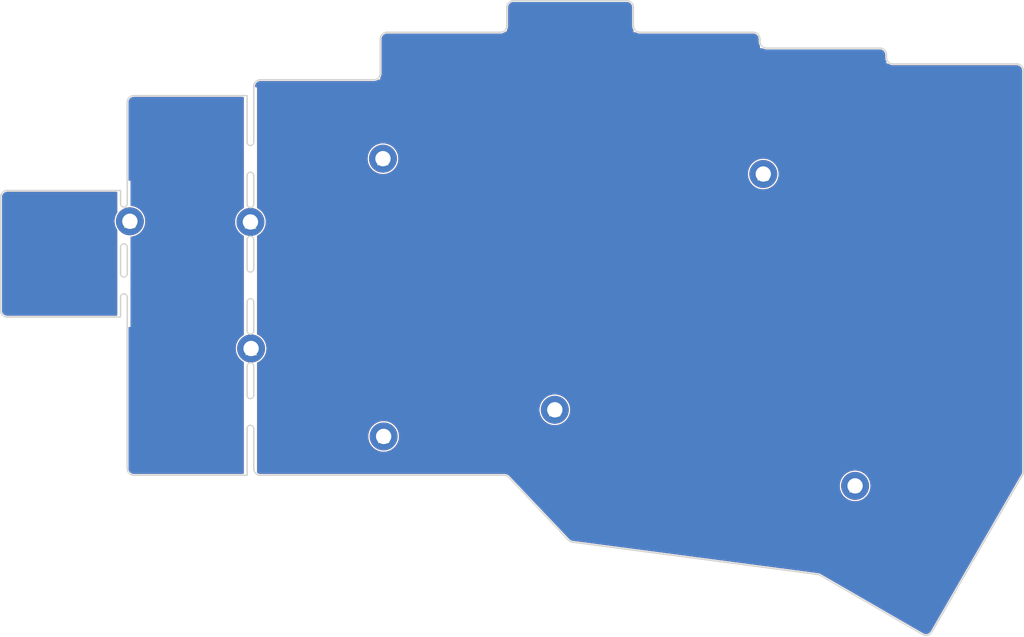
<source format=kicad_pcb>
(kicad_pcb (version 20211014) (generator pcbnew)
  (layers (0 "F.Cu" signal) (31 "B.Cu" signal) (34 "B.Paste" user) (35 "F.Paste" user) (36 "B.SilkS" user "B.Silkscreen") (37 "F.SilkS" user "F.Silkscreen") (38 "B.Mask" user) (39 "F.Mask" user) (44 "Edge.Cuts" user))
  (net 0 "")
  (footprint "kbd:M2_Hole_TH" (layer "F.Cu") (at 71.621463 38.074367)
    (fp_text reference "H4" (at 0 0.5) (layer "F.SilkS"))
    (fp_text value "MountingHole")
    (pad "" thru_hole circle (at 0 0) (size 4.2 4.2) (drill 2.3) (layers *.Cu *.Mask))
  )
  (footprint "kbd:M2_Hole_TH" (layer "F.Cu") (at 142.507505 87.19918)
    (fp_text reference "H9" (at 0 0.5) (layer "F.SilkS"))
    (fp_text value "MountingHole")
    (pad "" thru_hole circle (at 0 0) (size 4.2 4.2) (drill 2.3) (layers *.Cu *.Mask))
  )
  (footprint "kbd:M2_Hole_TH" (layer "F.Cu") (at 51.821463 66.574367)
    (fp_text reference "H2" (at 0 0.5) (layer "F.SilkS"))
    (fp_text value "MountingHole")
    (pad "" thru_hole circle (at 0 0) (size 4.2 4.2) (drill 2.3) (layers *.Cu *.Mask))
  )
  (footprint "kbd:M2_Hole_TH" (layer "F.Cu") (at 128.721463 40.374367)
    (fp_text reference "H8" (at 0 0.5) (layer "F.SilkS"))
    (fp_text value "MountingHole")
    (pad "" thru_hole circle (at 0 0) (size 4.2 4.2) (drill 2.3) (layers *.Cu *.Mask))
  )
  (footprint "kbd:M2_Hole_TH" (layer "F.Cu") (at 33.621463 47.474367)
    (fp_text reference "H3" (at 0 0.5) (layer "F.SilkS"))
    (fp_text value "MountingHole")
    (pad "" thru_hole circle (at 0 0) (size 4.2 4.2) (drill 2.3) (layers *.Cu *.Mask))
  )
  (footprint "kbd:M2_Hole_TH" (layer "F.Cu") (at 97.421463 75.774367)
    (fp_text reference "H6" (at 0 0.5) (layer "F.SilkS"))
    (fp_text value "MountingHole")
    (pad "" thru_hole circle (at 0 0) (size 4.2 4.2) (drill 2.3) (layers *.Cu *.Mask))
  )
  (footprint "kbd:M2_Hole_TH" (layer "F.Cu") (at 51.721463 47.574367)
    (fp_text reference "H1" (at 0 0.5) (layer "F.SilkS"))
    (fp_text value "MountingHole")
    (pad "" thru_hole circle (at 0 0) (size 4.2 4.2) (drill 2.3) (layers *.Cu *.Mask))
  )
  (footprint "kbd:M2_Hole_TH" (layer "F.Cu") (at 71.721463 79.774367)
    (fp_text reference "H5" (at 0 0.5) (layer "F.SilkS"))
    (fp_text value "MountingHole")
    (pad "" thru_hole circle (at 0 0) (size 4.2 4.2) (drill 2.3) (layers *.Cu *.Mask))
  )
  (gr_arc (start 154.028536 109.150633) (mid 153.42133 109.616559) (end 152.662511 109.516658) (layer "Edge.Cuts") (width 0.2))
  (gr_line (start 51.221491 40.599328) (end 51.22149 44.924327) (layer "Edge.Cuts") (width 0.2))
  (gr_line (start 52.221463 35.599367) (end 52.221463 27.224367) (layer "Edge.Cuts") (width 0.2))
  (gr_line (start 52.221491 54.599327) (end 52.22149 50.224327) (layer "Edge.Cuts") (width 0.2))
  (gr_line (start 89.796623 85.599366) (end 53.221463 85.599366) (layer "Edge.Cuts") (width 0.2))
  (gr_line (start 109.221463 15.349368) (end 109.221463 18.099367) (layer "Edge.Cuts") (width 0.2))
  (gr_arc (start 89.796623 85.599367) (mid 90.187009 85.679623) (end 90.514076 85.907372) (layer "Edge.Cuts") (width 0.2))
  (gr_line (start 52.22149 63.924327) (end 52.221491 59.599327) (layer "Edge.Cuts") (width 0.2))
  (gr_line (start 32.221464 58.849368) (end 32.221464 61.849368) (layer "Edge.Cuts") (width 0.2))
  (gr_line (start 129.221463 21.474367) (end 146.221463 21.474368) (layer "Edge.Cuts") (width 0.2))
  (gr_arc (start 34.211068 85.599367) (mid 33.511312 85.309518) (end 33.221463 84.609762) (layer "Edge.Cuts") (width 0.2))
  (gr_line (start 148.221463 23.849368) (end 166.778537 23.849368) (layer "Edge.Cuts") (width 0.2))
  (gr_arc (start 51.22149 69.224327) (mid 51.72149 68.724327) (end 52.22149 69.224327) (layer "Edge.Cuts") (width 0.2))
  (gr_arc (start 51.221463 40.599367) (mid 51.721463 40.099367) (end 52.221463 40.599367) (layer "Edge.Cuts") (width 0.2))
  (gr_arc (start 51.221463 78.599366) (mid 51.721463 78.099366) (end 52.221463 78.599366) (layer "Edge.Cuts") (width 0.2))
  (gr_arc (start 90.221463 15.349368) (mid 90.514356 14.642261) (end 91.221463 14.349368) (layer "Edge.Cuts") (width 0.2))
  (gr_line (start 72.221463 19.099367) (end 89.221463 19.099368) (layer "Edge.Cuts") (width 0.2))
  (gr_line (start 167.778537 24.849368) (end 167.778537 85.066985) (layer "Edge.Cuts") (width 0.2))
  (gr_arc (start 167.778537 85.066985) (mid 167.744463 85.325804) (end 167.644562 85.566985) (layer "Edge.Cuts") (width 0.2))
  (gr_line (start 52.221463 84.599366) (end 52.221463 78.599366) (layer "Edge.Cuts") (width 0.2))
  (gr_line (start 53.221463 26.224368) (end 70.221463 26.224368) (layer "Edge.Cuts") (width 0.2))
  (gr_line (start 15.221464 42.849368) (end 32.221465 42.849368) (layer "Edge.Cuts") (width 0.2))
  (gr_line (start 167.644562 85.566985) (end 154.028537 109.150633) (layer "Edge.Cuts") (width 0.2))
  (gr_line (start 14.221465 60.849368) (end 14.221465 43.849369) (layer "Edge.Cuts") (width 0.2))
  (gr_line (start 33.221463 84.609762) (end 33.221464 58.849368) (layer "Edge.Cuts") (width 0.2))
  (gr_arc (start 52.221463 54.599366) (mid 51.721463 55.099366) (end 51.221463 54.599366) (layer "Edge.Cuts") (width 0.2))
  (gr_line (start 52.221491 73.599327) (end 52.22149 69.224327) (layer "Edge.Cuts") (width 0.2))
  (gr_arc (start 53.221463 85.599366) (mid 52.514356 85.306473) (end 52.221463 84.599366) (layer "Edge.Cuts") (width 0.2))
  (gr_line (start 71.221463 25.224368) (end 71.221463 20.099368) (layer "Edge.Cuts") (width 0.2))
  (gr_line (start 33.221464 44.849368) (end 33.221464 29.599368) (layer "Edge.Cuts") (width 0.2))
  (gr_arc (start 52.22149 44.924327) (mid 51.72149 45.424327) (end 51.22149 44.924327) (layer "Edge.Cuts") (width 0.2))
  (gr_arc (start 52.221463 35.599367) (mid 51.721463 36.099367) (end 51.221463 35.599367) (layer "Edge.Cuts") (width 0.2))
  (gr_arc (start 127.221463 19.099367) (mid 127.92857 19.39226) (end 128.221463 20.099367) (layer "Edge.Cuts") (width 0.2))
  (gr_arc (start 52.221463 73.599366) (mid 51.721463 74.099366) (end 51.221463 73.599366) (layer "Edge.Cuts") (width 0.2))
  (gr_arc (start 51.22149 50.224327) (mid 51.72149 49.724327) (end 52.22149 50.224327) (layer "Edge.Cuts") (width 0.2))
  (gr_arc (start 148.221463 23.849368) (mid 147.514356 23.556475) (end 147.221463 22.849368) (layer "Edge.Cuts") (width 0.2))
  (gr_arc (start 129.221463 21.474367) (mid 128.514356 21.181474) (end 128.221463 20.474367) (layer "Edge.Cuts") (width 0.2))
  (gr_arc (start 108.221463 14.349368) (mid 108.92857 14.642261) (end 109.221463 15.349368) (layer "Edge.Cuts") (width 0.2))
  (gr_line (start 152.662511 109.516658) (end 137.244527 100.615081) (layer "Edge.Cuts") (width 0.2))
  (gr_arc (start 14.221465 43.849369) (mid 14.514358 43.142262) (end 15.221464 42.849368) (layer "Edge.Cuts") (width 0.2))
  (gr_line (start 147.221463 22.474368) (end 147.221463 22.849368) (layer "Edge.Cuts") (width 0.2))
  (gr_arc (start 33.221464 44.849368) (mid 32.721464 45.349368) (end 32.221464 44.849368) (layer "Edge.Cuts") (width 0.2))
  (gr_line (start 51.221491 54.599327) (end 51.22149 50.224327) (layer "Edge.Cuts") (width 0.2))
  (gr_arc (start 32.221464 58.849368) (mid 32.721464 58.349368) (end 33.221464 58.849368) (layer "Edge.Cuts") (width 0.2))
  (gr_line (start 51.22149 69.224327) (end 51.221491 73.599327) (layer "Edge.Cuts") (width 0.2))
  (gr_line (start 51.221463 28.599368) (end 51.221463 35.599367) (layer "Edge.Cuts") (width 0.2))
  (gr_arc (start 71.221463 25.224368) (mid 70.92857 25.931475) (end 70.221463 26.224368) (layer "Edge.Cuts") (width 0.2))
  (gr_line (start 51.221463 85.599366) (end 34.211068 85.599366) (layer "Edge.Cuts") (width 0.2))
  (gr_line (start 32.221464 51.349368) (end 32.221464 55.349368) (layer "Edge.Cuts") (width 0.2))
  (gr_line (start 110.221463 19.099367) (end 127.221463 19.099367) (layer "Edge.Cuts") (width 0.2))
  (gr_line (start 90.221463 18.099368) (end 90.221463 15.349368) (layer "Edge.Cuts") (width 0.2))
  (gr_line (start 128.221463 20.099367) (end 128.221463 20.474367) (layer "Edge.Cuts") (width 0.2))
  (gr_line (start 32.221464 61.849368) (end 15.221464 61.849368) (layer "Edge.Cuts") (width 0.2))
  (gr_line (start 99.480311 95.345258) (end 90.514076 85.907372) (layer "Edge.Cuts") (width 0.2))
  (gr_arc (start 110.221462 19.099368) (mid 109.514356 18.806474) (end 109.221463 18.099367) (layer "Edge.Cuts") (width 0.2))
  (gr_line (start 51.22149 63.924327) (end 51.221491 59.599327) (layer "Edge.Cuts") (width 0.2))
  (gr_arc (start 33.221464 29.599368) (mid 33.514357 28.892261) (end 34.221464 28.599368) (layer "Edge.Cuts") (width 0.2))
  (gr_arc (start 52.221463 27.224368) (mid 52.514356 26.517261) (end 53.221463 26.224368) (layer "Edge.Cuts") (width 0.2))
  (gr_arc (start 166.778537 23.849368) (mid 167.485644 24.142261) (end 167.778537 24.849368) (layer "Edge.Cuts") (width 0.2))
  (gr_arc (start 51.221463 59.599366) (mid 51.721463 59.099366) (end 52.221463 59.599366) (layer "Edge.Cuts") (width 0.2))
  (gr_line (start 33.221463 55.349368) (end 33.221463 51.349368) (layer "Edge.Cuts") (width 0.2))
  (gr_line (start 91.221463 14.349368) (end 108.221463 14.349368) (layer "Edge.Cuts") (width 0.2))
  (gr_arc (start 15.221464 61.849367) (mid 14.514358 61.556474) (end 14.221465 60.849368) (layer "Edge.Cuts") (width 0.2))
  (gr_arc (start 32.221462 51.349368) (mid 32.721462 50.849368) (end 33.221462 51.349368) (layer "Edge.Cuts") (width 0.2))
  (gr_arc (start 136.878894 100.490965) (mid 137.067823 100.535017) (end 137.244527 100.615081) (layer "Edge.Cuts") (width 0.2))
  (gr_line (start 51.221463 78.599366) (end 51.221463 85.599366) (layer "Edge.Cuts") (width 0.2))
  (gr_line (start 32.221464 42.849368) (end 32.221464 44.849368) (layer "Edge.Cuts") (width 0.2))
  (gr_line (start 52.221491 40.599328) (end 52.22149 44.924327) (layer "Edge.Cuts") (width 0.2))
  (gr_arc (start 33.221463 55.349368) (mid 32.721463 55.849368) (end 32.221463 55.349368) (layer "Edge.Cuts") (width 0.2))
  (gr_arc (start 146.221463 21.474368) (mid 146.92857 21.767261) (end 147.221463 22.474368) (layer "Edge.Cuts") (width 0.2))
  (gr_arc (start 52.22149 63.924327) (mid 51.72149 64.424327) (end 51.22149 63.924327) (layer "Edge.Cuts") (width 0.2))
  (gr_arc (start 90.221463 18.099368) (mid 89.92857 18.806475) (end 89.221463 19.099368) (layer "Edge.Cuts") (width 0.2))
  (gr_line (start 34.221464 28.599368) (end 51.221463 28.599368) (layer "Edge.Cuts") (width 0.2))
  (gr_line (start 136.878894 100.490965) (end 100.068595 95.644797) (layer "Edge.Cuts") (width 0.2))
  (gr_arc (start 71.221462 20.099368) (mid 71.514356 19.392261) (end 72.221463 19.099367) (layer "Edge.Cuts") (width 0.2))
  (gr_arc (start 100.068595 95.644797) (mid 99.748739 95.545528) (end 99.480311 95.345258) (layer "Edge.Cuts") (width 0.2))
  (zone (net 0) (net_name "") (layers F&B.Cu) (connect_pads (clearance 0)) (min_thickness 0.254)
    (keepout (tracks not_allowed) (vias not_allowed) (pads not_allowed) (copperpour not_allowed) (footprints allowed))
    (fill (thermal_gap 0.508) (thermal_bridge_width 0.508))
    (polygon (pts (xy 33.721463 63.349367) (xy 31.721463 63.349367) (xy 31.721463 41.849367) (xy 33.721463 41.349367)))
  )
  (zone (net 0) (net_name "") (layers F&B.Cu) (connect_pads (clearance 0)) (min_thickness 0.254)
    (keepout (tracks not_allowed) (vias not_allowed) (pads not_allowed) (copperpour not_allowed) (footprints allowed))
    (fill (thermal_gap 0.508) (thermal_bridge_width 0.508))
    (polygon (pts (xy 52.721463 86.099367) (xy 50.721463 86.099367) (xy 50.721463 27.349367) (xy 52.721463 27.349367)))
  )
  (zone (net 0) (net_name "") (layers F&B.Cu) (priority 1) (connect_pads (clearance 0.2)) (min_thickness 0.25) (fill yes (thermal_gap 0.5) (thermal_bridge_width 0.5))
    (polygon (pts (xy 109.221463 19.104952) (xy 128.221463 19.104952) (xy 128.221463 21.504952) (xy 147.221463 21.504952) (xy 147.221463 23.804952) (xy 167.721463 23.804952) (xy 167.821463 85.204952) (xy 153.421463 109.904952) (xy 137.021463 100.504952) (xy 99.721463 95.504952) (xy 90.121463 85.504952) (xy 33.221463 85.604952) (xy 33.221463 61.804952) (xy 14.121463 61.804952) (xy 14.221463 42.904952) (xy 33.221463 42.804952) (xy 33.221463 28.504952) (xy 52.221463 28.504952) (xy 52.221463 26.204952) (xy 71.221463 26.204952) (xy 71.221463 19.004952) (xy 90.221463 19.004952) (xy 90.221463 14.304952) (xy 109.221463 14.304952)))
  )
)
</source>
